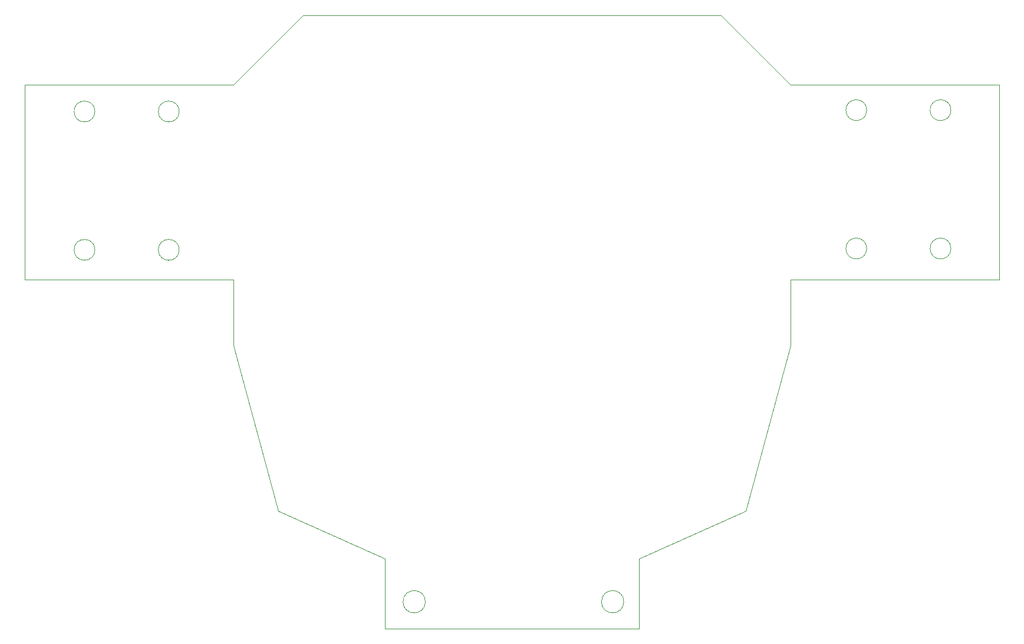
<source format=gbr>
%TF.GenerationSoftware,KiCad,Pcbnew,(5.1.9)-1*%
%TF.CreationDate,2021-05-13T01:47:40+02:00*%
%TF.ProjectId,PlytkaGlowna,506c7974-6b61-4476-9c6f-776e612e6b69,rev?*%
%TF.SameCoordinates,Original*%
%TF.FileFunction,Profile,NP*%
%FSLAX46Y46*%
G04 Gerber Fmt 4.6, Leading zero omitted, Abs format (unit mm)*
G04 Created by KiCad (PCBNEW (5.1.9)-1) date 2021-05-13 01:47:40*
%MOMM*%
%LPD*%
G01*
G04 APERTURE LIST*
%TA.AperFunction,Profile*%
%ADD10C,0.050000*%
%TD*%
G04 APERTURE END LIST*
D10*
X238310000Y-68400000D02*
X208300000Y-68400000D01*
X238310000Y-96400000D02*
X208300000Y-96400000D01*
X128300000Y-68400000D02*
X98290000Y-68400000D01*
X184350781Y-142750000D02*
G75*
G03*
X184350781Y-142750000I-1600781J0D01*
G01*
X155850781Y-142750000D02*
G75*
G03*
X155850781Y-142750000I-1600781J0D01*
G01*
X208300000Y-96400000D02*
X208300000Y-105900000D01*
X134700000Y-129700000D02*
X150038213Y-136578208D01*
X128300000Y-105900000D02*
X134700000Y-129700000D01*
X186038213Y-146600001D02*
X186561788Y-146600000D01*
X186561788Y-136578207D02*
X186561788Y-146600000D01*
X150038213Y-146600001D02*
X186038213Y-146600001D01*
X150038213Y-136578208D02*
X150038213Y-146600001D01*
X219240000Y-72050000D02*
G75*
G03*
X219240000Y-72050000I-1500000J0D01*
G01*
X219240000Y-91950000D02*
G75*
G03*
X219240000Y-91950000I-1500000J0D01*
G01*
X231340000Y-91950000D02*
G75*
G03*
X231340000Y-91950000I-1500000J0D01*
G01*
X231340000Y-72050000D02*
G75*
G03*
X231340000Y-72050000I-1500000J0D01*
G01*
X108400000Y-92140000D02*
G75*
G03*
X108400000Y-92140000I-1500000J0D01*
G01*
X120500000Y-92140000D02*
G75*
G03*
X120500000Y-92140000I-1500000J0D01*
G01*
X108400000Y-72240000D02*
G75*
G03*
X108400000Y-72240000I-1500000J0D01*
G01*
X120500000Y-72240000D02*
G75*
G03*
X120500000Y-72240000I-1500000J0D01*
G01*
X201900000Y-129700000D02*
X186561787Y-136578208D01*
X208300000Y-105900000D02*
X201900000Y-129700000D01*
X128300000Y-96400000D02*
X128300000Y-105900000D01*
X198300000Y-58400000D02*
X138300000Y-58400000D01*
X208300000Y-68400000D02*
X198300000Y-58400000D01*
X128300000Y-68400000D02*
X138300000Y-58400000D01*
X128300000Y-96400000D02*
X98290000Y-96400000D01*
X238310000Y-96400000D02*
X238310000Y-68400000D01*
X98290000Y-68400000D02*
X98290000Y-96400000D01*
M02*

</source>
